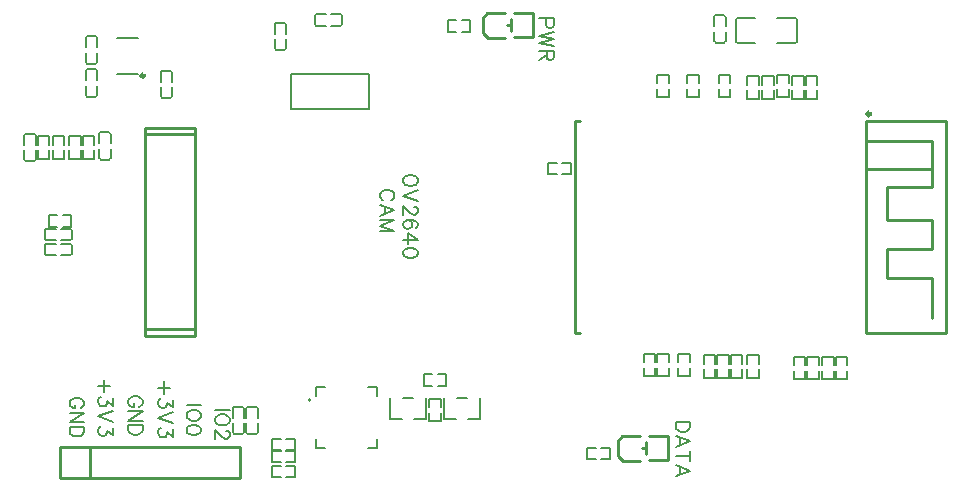
<source format=gto>
G04 Layer: TopSilkscreenLayer*
G04 EasyEDA v6.5.22, 2023-04-19 21:06:07*
G04 0b1144c6aaf7448fb0b14bab58411d50,0a61cb7f7b51421fbede6d33e3e5ec82,10*
G04 Gerber Generator version 0.2*
G04 Scale: 100 percent, Rotated: No, Reflected: No *
G04 Dimensions in inches *
G04 leading zeros omitted , absolute positions ,3 integer and 6 decimal *
%FSLAX36Y36*%
%MOIN*%

%ADD10C,0.0080*%
%ADD11C,0.0100*%
%ADD12C,0.0060*%
%ADD13C,0.0118*%
%ADD14C,0.0059*%
%ADD15C,0.0184*%

%LPD*%
D10*
X2210500Y2640000D02*
G01*
X2162700Y2640000D01*
X2210500Y2640000D02*
G01*
X2210500Y2619499D01*
X2208199Y2612700D01*
X2205900Y2610500D01*
X2201400Y2608200D01*
X2194499Y2608200D01*
X2190000Y2610500D01*
X2187700Y2612700D01*
X2185500Y2619499D01*
X2185500Y2640000D01*
X2210500Y2593200D02*
G01*
X2162700Y2581799D01*
X2210500Y2570500D02*
G01*
X2162700Y2581799D01*
X2210500Y2570500D02*
G01*
X2162700Y2559099D01*
X2210500Y2547700D02*
G01*
X2162700Y2559099D01*
X2210500Y2532700D02*
G01*
X2162700Y2532700D01*
X2210500Y2532700D02*
G01*
X2210500Y2512300D01*
X2208199Y2505500D01*
X2205900Y2503200D01*
X2201400Y2500900D01*
X2196800Y2500900D01*
X2192299Y2503200D01*
X2190000Y2505500D01*
X2187700Y2512300D01*
X2187700Y2532700D01*
X2187700Y2516799D02*
G01*
X2162700Y2500900D01*
X2665500Y1295034D02*
G01*
X2617700Y1295034D01*
X2665500Y1295034D02*
G01*
X2665500Y1279135D01*
X2663199Y1272235D01*
X2658599Y1267734D01*
X2654099Y1265435D01*
X2647299Y1263135D01*
X2635900Y1263135D01*
X2629099Y1265435D01*
X2624499Y1267734D01*
X2620000Y1272235D01*
X2617700Y1279135D01*
X2617700Y1295034D01*
X2665500Y1230034D02*
G01*
X2617700Y1248135D01*
X2665500Y1230034D02*
G01*
X2617700Y1211835D01*
X2633599Y1241334D02*
G01*
X2633599Y1218634D01*
X2665500Y1180934D02*
G01*
X2617700Y1180934D01*
X2665500Y1196835D02*
G01*
X2665500Y1165034D01*
X2665500Y1131835D02*
G01*
X2617700Y1150034D01*
X2665500Y1131835D02*
G01*
X2617700Y1113634D01*
X2633599Y1143135D02*
G01*
X2633599Y1120435D01*
X634099Y1340900D02*
G01*
X638600Y1343200D01*
X643200Y1347699D01*
X645500Y1352300D01*
X645500Y1361399D01*
X643200Y1365900D01*
X638600Y1370500D01*
X634099Y1372699D01*
X627300Y1375000D01*
X615900Y1375000D01*
X609099Y1372699D01*
X604499Y1370500D01*
X600000Y1365900D01*
X597699Y1361399D01*
X597699Y1352300D01*
X600000Y1347699D01*
X604499Y1343200D01*
X609099Y1340900D01*
X615900Y1340900D01*
X615900Y1352300D02*
G01*
X615900Y1340900D01*
X645500Y1325900D02*
G01*
X597699Y1325900D01*
X645500Y1325900D02*
G01*
X597699Y1294099D01*
X645500Y1294099D02*
G01*
X597699Y1294099D01*
X645500Y1279099D02*
G01*
X597699Y1279099D01*
X645500Y1279099D02*
G01*
X645500Y1263200D01*
X643200Y1256399D01*
X638600Y1251799D01*
X634099Y1249499D01*
X627300Y1247300D01*
X615900Y1247300D01*
X609099Y1249499D01*
X604499Y1251799D01*
X600000Y1256399D01*
X597699Y1263200D01*
X597699Y1279099D01*
X733600Y1414499D02*
G01*
X692699Y1414499D01*
X713200Y1435000D02*
G01*
X713200Y1394099D01*
X740500Y1374499D02*
G01*
X740500Y1349499D01*
X722300Y1363200D01*
X722300Y1356399D01*
X720000Y1351799D01*
X717699Y1349499D01*
X710900Y1347300D01*
X706399Y1347300D01*
X699499Y1349499D01*
X695000Y1354099D01*
X692699Y1360900D01*
X692699Y1367699D01*
X695000Y1374499D01*
X697300Y1376799D01*
X701799Y1379099D01*
X740500Y1332300D02*
G01*
X692699Y1314099D01*
X740500Y1295900D02*
G01*
X692699Y1314099D01*
X740500Y1276399D02*
G01*
X740500Y1251399D01*
X722300Y1265000D01*
X722300Y1258200D01*
X720000Y1253600D01*
X717699Y1251399D01*
X710900Y1249099D01*
X706399Y1249099D01*
X699499Y1251399D01*
X695000Y1255900D01*
X692699Y1262699D01*
X692699Y1269499D01*
X695000Y1276399D01*
X697300Y1278600D01*
X701799Y1280900D01*
X829099Y1345900D02*
G01*
X833599Y1348200D01*
X838199Y1352699D01*
X840500Y1357300D01*
X840500Y1366399D01*
X838199Y1370900D01*
X833599Y1375500D01*
X829099Y1377699D01*
X822299Y1380000D01*
X810900Y1380000D01*
X804099Y1377699D01*
X799499Y1375500D01*
X795000Y1370900D01*
X792700Y1366399D01*
X792700Y1357300D01*
X795000Y1352699D01*
X799499Y1348200D01*
X804099Y1345900D01*
X810900Y1345900D01*
X810900Y1357300D02*
G01*
X810900Y1345900D01*
X840500Y1330900D02*
G01*
X792700Y1330900D01*
X840500Y1330900D02*
G01*
X792700Y1299099D01*
X840500Y1299099D02*
G01*
X792700Y1299099D01*
X840500Y1284099D02*
G01*
X792700Y1284099D01*
X840500Y1284099D02*
G01*
X840500Y1268200D01*
X838199Y1261399D01*
X833599Y1256799D01*
X829099Y1254499D01*
X822299Y1252300D01*
X810900Y1252300D01*
X804099Y1254499D01*
X799499Y1256799D01*
X795000Y1261399D01*
X792700Y1268200D01*
X792700Y1284099D01*
X933599Y1409499D02*
G01*
X892700Y1409499D01*
X913199Y1430000D02*
G01*
X913199Y1389099D01*
X940500Y1369499D02*
G01*
X940500Y1344499D01*
X922299Y1358200D01*
X922299Y1351399D01*
X920000Y1346799D01*
X917700Y1344499D01*
X910900Y1342300D01*
X906400Y1342300D01*
X899499Y1344499D01*
X895000Y1349099D01*
X892700Y1355900D01*
X892700Y1362699D01*
X895000Y1369499D01*
X897299Y1371799D01*
X901800Y1374099D01*
X940500Y1327300D02*
G01*
X892700Y1309099D01*
X940500Y1290900D02*
G01*
X892700Y1309099D01*
X940500Y1271399D02*
G01*
X940500Y1246399D01*
X922299Y1260000D01*
X922299Y1253200D01*
X920000Y1248600D01*
X917700Y1246399D01*
X910900Y1244099D01*
X906400Y1244099D01*
X899499Y1246399D01*
X895000Y1250900D01*
X892700Y1257699D01*
X892700Y1264499D01*
X895000Y1271399D01*
X897299Y1273600D01*
X901800Y1275900D01*
X1035500Y1350000D02*
G01*
X987700Y1350000D01*
X1035500Y1321399D02*
G01*
X1033199Y1325900D01*
X1028599Y1330500D01*
X1024099Y1332699D01*
X1017299Y1335000D01*
X1005900Y1335000D01*
X999099Y1332699D01*
X994499Y1330500D01*
X990000Y1325900D01*
X987700Y1321399D01*
X987700Y1312300D01*
X990000Y1307699D01*
X994499Y1303200D01*
X999099Y1300900D01*
X1005900Y1298600D01*
X1017299Y1298600D01*
X1024099Y1300900D01*
X1028599Y1303200D01*
X1033199Y1307699D01*
X1035500Y1312300D01*
X1035500Y1321399D01*
X1035500Y1270000D02*
G01*
X1033199Y1276799D01*
X1026400Y1281399D01*
X1015000Y1283600D01*
X1008199Y1283600D01*
X996800Y1281399D01*
X990000Y1276799D01*
X987700Y1270000D01*
X987700Y1265500D01*
X990000Y1258600D01*
X996800Y1254099D01*
X1008199Y1251799D01*
X1015000Y1251799D01*
X1026400Y1254099D01*
X1033199Y1258600D01*
X1035500Y1265500D01*
X1035500Y1270000D01*
X1130500Y1335000D02*
G01*
X1082700Y1335000D01*
X1130500Y1306399D02*
G01*
X1128199Y1310900D01*
X1123599Y1315500D01*
X1119099Y1317699D01*
X1112299Y1320000D01*
X1100900Y1320000D01*
X1094099Y1317699D01*
X1089499Y1315500D01*
X1085000Y1310900D01*
X1082700Y1306399D01*
X1082700Y1297300D01*
X1085000Y1292699D01*
X1089499Y1288200D01*
X1094099Y1285900D01*
X1100900Y1283600D01*
X1112299Y1283600D01*
X1119099Y1285900D01*
X1123599Y1288200D01*
X1128199Y1292699D01*
X1130500Y1297300D01*
X1130500Y1306399D01*
X1119099Y1266399D02*
G01*
X1121400Y1266399D01*
X1125900Y1264099D01*
X1128199Y1261799D01*
X1130500Y1257300D01*
X1130500Y1248200D01*
X1128199Y1243600D01*
X1125900Y1241399D01*
X1121400Y1239099D01*
X1116800Y1239099D01*
X1112299Y1241399D01*
X1105500Y1245900D01*
X1082700Y1268600D01*
X1082700Y1236799D01*
X1757500Y2104400D02*
G01*
X1755200Y2108899D01*
X1750600Y2113499D01*
X1746099Y2115700D01*
X1739300Y2118000D01*
X1727899Y2118000D01*
X1721099Y2115700D01*
X1716499Y2113499D01*
X1711999Y2108899D01*
X1709700Y2104400D01*
X1709700Y2095300D01*
X1711999Y2090700D01*
X1716499Y2086199D01*
X1721099Y2083899D01*
X1727899Y2081599D01*
X1739300Y2081599D01*
X1746099Y2083899D01*
X1750600Y2086199D01*
X1755200Y2090700D01*
X1757500Y2095300D01*
X1757500Y2104400D01*
X1757500Y2066599D02*
G01*
X1709700Y2048499D01*
X1757500Y2030300D02*
G01*
X1709700Y2048499D01*
X1746099Y2013000D02*
G01*
X1748400Y2013000D01*
X1752899Y2010700D01*
X1755200Y2008499D01*
X1757500Y2003899D01*
X1757500Y1994800D01*
X1755200Y1990300D01*
X1752899Y1988000D01*
X1748400Y1985700D01*
X1743800Y1985700D01*
X1739300Y1988000D01*
X1732500Y1992500D01*
X1709700Y2015300D01*
X1709700Y1983499D01*
X1750600Y1941199D02*
G01*
X1755200Y1943499D01*
X1757500Y1950300D01*
X1757500Y1954800D01*
X1755200Y1961599D01*
X1748400Y1966199D01*
X1736999Y1968499D01*
X1725600Y1968499D01*
X1716499Y1966199D01*
X1711999Y1961599D01*
X1709700Y1954800D01*
X1709700Y1952500D01*
X1711999Y1945700D01*
X1716499Y1941199D01*
X1723400Y1938899D01*
X1725600Y1938899D01*
X1732500Y1941199D01*
X1736999Y1945700D01*
X1739300Y1952500D01*
X1739300Y1954800D01*
X1736999Y1961599D01*
X1732500Y1966199D01*
X1725600Y1968499D01*
X1757500Y1901199D02*
G01*
X1725600Y1923899D01*
X1725600Y1889800D01*
X1757500Y1901199D02*
G01*
X1709700Y1901199D01*
X1757500Y1861199D02*
G01*
X1755200Y1868000D01*
X1748400Y1872500D01*
X1736999Y1874800D01*
X1730200Y1874800D01*
X1718800Y1872500D01*
X1711999Y1868000D01*
X1709700Y1861199D01*
X1709700Y1856599D01*
X1711999Y1849800D01*
X1718800Y1845300D01*
X1730200Y1843000D01*
X1736999Y1843000D01*
X1748400Y1845300D01*
X1755200Y1849800D01*
X1757500Y1856599D01*
X1757500Y1861199D01*
X1668100Y2033899D02*
G01*
X1672600Y2036199D01*
X1677200Y2040700D01*
X1679499Y2045300D01*
X1679499Y2054400D01*
X1677200Y2058899D01*
X1672600Y2063499D01*
X1668100Y2065700D01*
X1661300Y2068000D01*
X1649899Y2068000D01*
X1643100Y2065700D01*
X1638500Y2063499D01*
X1633999Y2058899D01*
X1631700Y2054400D01*
X1631700Y2045300D01*
X1633999Y2040700D01*
X1638500Y2036199D01*
X1643100Y2033899D01*
X1679499Y2000700D02*
G01*
X1631700Y2018899D01*
X1679499Y2000700D02*
G01*
X1631700Y1982500D01*
X1647600Y2012100D02*
G01*
X1647600Y1989400D01*
X1679499Y1967500D02*
G01*
X1631700Y1967500D01*
X1679499Y1967500D02*
G01*
X1631700Y1949400D01*
X1679499Y1931199D02*
G01*
X1631700Y1949400D01*
X1679499Y1931199D02*
G01*
X1631700Y1931199D01*
D11*
X2079449Y2576950D02*
G01*
X2140450Y2576950D01*
X2140450Y2656950D01*
X2079449Y2656950D01*
X2048450Y2575949D02*
G01*
X1990450Y2575949D01*
X1974449Y2591950D01*
X1974449Y2641950D01*
X1989449Y2656950D01*
X2049449Y2656950D01*
X2069873Y2636685D02*
G01*
X2069873Y2597305D01*
X2065940Y2616999D02*
G01*
X2055349Y2616999D01*
X2529449Y1166950D02*
G01*
X2590450Y1166950D01*
X2590450Y1246950D01*
X2529449Y1246950D01*
X2498450Y1165949D02*
G01*
X2440450Y1165949D01*
X2424449Y1181950D01*
X2424449Y1231950D01*
X2439449Y1246950D01*
X2499449Y1246950D01*
X2519874Y1226685D02*
G01*
X2519874Y1187305D01*
X2515940Y1206999D02*
G01*
X2505349Y1206999D01*
D12*
X1886094Y2595369D02*
G01*
X1857825Y2595369D01*
X1857825Y2634630D01*
X1886094Y2634630D01*
X1903905Y2595369D02*
G01*
X1932174Y2595369D01*
X1932174Y2634630D01*
X1903905Y2634630D01*
X2351094Y1170369D02*
G01*
X2322825Y1170369D01*
X2322825Y1209630D01*
X2351094Y1209630D01*
X2368905Y1170369D02*
G01*
X2397174Y1170369D01*
X2397174Y1209630D01*
X2368905Y1209630D01*
X1224629Y1340012D02*
G01*
X1224629Y1308906D01*
X1185370Y1291093D02*
G01*
X1185370Y1259987D01*
X1224629Y1259987D02*
G01*
X1224629Y1291093D01*
X1191369Y1253987D02*
G01*
X1218630Y1253987D01*
X1185370Y1308906D02*
G01*
X1185370Y1340012D01*
X1191369Y1346012D02*
G01*
X1218630Y1346012D01*
X519987Y1939630D02*
G01*
X551093Y1939630D01*
X568906Y1900369D02*
G01*
X600012Y1900369D01*
X600012Y1939630D02*
G01*
X568906Y1939630D01*
X606012Y1906370D02*
G01*
X606012Y1933629D01*
X551093Y1900369D02*
G01*
X519987Y1900369D01*
X513987Y1906370D02*
G01*
X513987Y1933629D01*
X484630Y2250012D02*
G01*
X484630Y2218906D01*
X445369Y2201093D02*
G01*
X445369Y2169987D01*
X484630Y2169987D02*
G01*
X484630Y2201093D01*
X451370Y2163987D02*
G01*
X478629Y2163987D01*
X445369Y2218906D02*
G01*
X445369Y2250012D01*
X451370Y2256012D02*
G01*
X478629Y2256012D01*
X2745370Y2564987D02*
G01*
X2745370Y2596093D01*
X2784629Y2613906D02*
G01*
X2784629Y2645012D01*
X2745370Y2645012D02*
G01*
X2745370Y2613906D01*
X2778630Y2651012D02*
G01*
X2751369Y2651012D01*
X2784629Y2596093D02*
G01*
X2784629Y2564987D01*
X2778630Y2558987D02*
G01*
X2751369Y2558987D01*
X1319629Y2539987D02*
G01*
X1319629Y2571093D01*
X1280370Y2571093D02*
G01*
X1280370Y2539987D01*
X1286369Y2533987D02*
G01*
X1313630Y2533987D01*
X1319629Y2620012D02*
G01*
X1319629Y2588906D01*
X1280370Y2588906D02*
G01*
X1280370Y2620012D01*
X1286369Y2626012D02*
G01*
X1313630Y2626012D01*
X1419988Y2615369D02*
G01*
X1451094Y2615369D01*
X1451094Y2654630D02*
G01*
X1419988Y2654630D01*
X1413987Y2648629D02*
G01*
X1413987Y2621370D01*
X1500011Y2615369D02*
G01*
X1468905Y2615369D01*
X1468905Y2654630D02*
G01*
X1500011Y2654630D01*
X1506012Y2648629D02*
G01*
X1506012Y2621370D01*
X1179629Y1259987D02*
G01*
X1179629Y1291093D01*
X1140370Y1291093D02*
G01*
X1140370Y1259987D01*
X1146369Y1253987D02*
G01*
X1173630Y1253987D01*
X1179629Y1340012D02*
G01*
X1179629Y1308906D01*
X1140370Y1308906D02*
G01*
X1140370Y1340012D01*
X1146369Y1346012D02*
G01*
X1173630Y1346012D01*
X689630Y2384987D02*
G01*
X689630Y2416093D01*
X650369Y2416093D02*
G01*
X650369Y2384987D01*
X656370Y2378987D02*
G01*
X683629Y2378987D01*
X689630Y2465012D02*
G01*
X689630Y2433906D01*
X650369Y2433906D02*
G01*
X650369Y2465012D01*
X656370Y2471012D02*
G01*
X683629Y2471012D01*
X650369Y2575012D02*
G01*
X650369Y2543906D01*
X689630Y2543906D02*
G01*
X689630Y2575012D01*
X683629Y2581012D02*
G01*
X656370Y2581012D01*
X650369Y2494987D02*
G01*
X650369Y2526093D01*
X689630Y2526093D02*
G01*
X689630Y2494987D01*
X683629Y2488987D02*
G01*
X656370Y2488987D01*
X900370Y2460012D02*
G01*
X900370Y2428906D01*
X939629Y2428906D02*
G01*
X939629Y2460012D01*
X933630Y2466012D02*
G01*
X906369Y2466012D01*
X900370Y2379987D02*
G01*
X900370Y2411093D01*
X939629Y2411093D02*
G01*
X939629Y2379987D01*
X933630Y2373987D02*
G01*
X906369Y2373987D01*
X734630Y2174987D02*
G01*
X734630Y2206093D01*
X695369Y2206093D02*
G01*
X695369Y2174987D01*
X701370Y2168987D02*
G01*
X728629Y2168987D01*
X734630Y2255012D02*
G01*
X734630Y2223906D01*
X695369Y2223906D02*
G01*
X695369Y2255012D01*
X701370Y2261012D02*
G01*
X728629Y2261012D01*
X600012Y1889630D02*
G01*
X568906Y1889630D01*
X568906Y1850369D02*
G01*
X600012Y1850369D01*
X606012Y1856370D02*
G01*
X606012Y1883629D01*
X519987Y1889630D02*
G01*
X551093Y1889630D01*
X551093Y1850369D02*
G01*
X519987Y1850369D01*
X513987Y1856370D02*
G01*
X513987Y1883629D01*
X3014929Y2643015D02*
G01*
X2956464Y2643015D01*
X2956464Y2556984D02*
G01*
X3014929Y2556984D01*
X3020928Y2562984D02*
G01*
X3020928Y2637015D01*
X2825070Y2643015D02*
G01*
X2883535Y2643015D01*
X2883535Y2556984D02*
G01*
X2825070Y2556984D01*
X2819071Y2562984D02*
G01*
X2819071Y2637015D01*
D11*
X565787Y1211181D02*
G01*
X1166180Y1211181D01*
X1166180Y1108818D01*
X565787Y1108818D01*
X565787Y1211181D01*
X665925Y1210000D02*
G01*
X665925Y1110000D01*
X850187Y2275270D02*
G01*
X1015667Y2275270D01*
X850187Y2255590D02*
G01*
X1015667Y2255590D01*
X850218Y1605909D02*
G01*
X1015667Y1605909D01*
X850218Y1580709D02*
G01*
X1015667Y1580709D01*
X1015667Y1580709D02*
G01*
X1015667Y2275270D01*
X850187Y1580709D02*
G01*
X850187Y2275270D01*
D12*
X1664520Y1374490D02*
G01*
X1664520Y1305498D01*
X1705528Y1305498D01*
X1785479Y1374490D02*
G01*
X1785479Y1305498D01*
X1744471Y1305498D01*
X1707070Y1374490D02*
G01*
X1742929Y1374490D01*
X1844520Y1374490D02*
G01*
X1844520Y1305498D01*
X1885528Y1305498D01*
X1965479Y1374490D02*
G01*
X1965479Y1305498D01*
X1924471Y1305498D01*
X1887070Y1374490D02*
G01*
X1922929Y1374490D01*
X1318905Y1149630D02*
G01*
X1347174Y1149630D01*
X1347174Y1110369D01*
X1318905Y1110369D01*
X1301094Y1149630D02*
G01*
X1272825Y1149630D01*
X1272825Y1110369D01*
X1301094Y1110369D01*
X1301094Y1200369D02*
G01*
X1272825Y1200369D01*
X1272825Y1239630D01*
X1301094Y1239630D01*
X1318905Y1200369D02*
G01*
X1347174Y1200369D01*
X1347174Y1239630D01*
X1318905Y1239630D01*
X1301094Y1160369D02*
G01*
X1272825Y1160369D01*
X1272825Y1199630D01*
X1301094Y1199630D01*
X1318905Y1160369D02*
G01*
X1347174Y1160369D01*
X1347174Y1199630D01*
X1318905Y1199630D01*
X3055370Y1483906D02*
G01*
X3055370Y1512175D01*
X3094629Y1512175D01*
X3094629Y1483906D01*
X3055370Y1466093D02*
G01*
X3055370Y1437824D01*
X3094629Y1437824D01*
X3094629Y1466093D01*
X3010370Y1483906D02*
G01*
X3010370Y1512175D01*
X3049629Y1512175D01*
X3049629Y1483906D01*
X3010370Y1466093D02*
G01*
X3010370Y1437824D01*
X3049629Y1437824D01*
X3049629Y1466093D01*
X1823905Y1454630D02*
G01*
X1852174Y1454630D01*
X1852174Y1415369D01*
X1823905Y1415369D01*
X1806094Y1454630D02*
G01*
X1777825Y1454630D01*
X1777825Y1415369D01*
X1806094Y1415369D01*
X1835630Y1326093D02*
G01*
X1835630Y1297824D01*
X1796369Y1297824D01*
X1796369Y1326093D01*
X1835630Y1343906D02*
G01*
X1835630Y1372175D01*
X1796369Y1372175D01*
X1796369Y1343906D01*
X2755370Y1488906D02*
G01*
X2755370Y1517175D01*
X2794629Y1517175D01*
X2794629Y1488906D01*
X2755370Y1471093D02*
G01*
X2755370Y1442824D01*
X2794629Y1442824D01*
X2794629Y1471093D01*
X3105370Y1483906D02*
G01*
X3105370Y1512175D01*
X3144629Y1512175D01*
X3144629Y1483906D01*
X3105370Y1466093D02*
G01*
X3105370Y1437824D01*
X3144629Y1437824D01*
X3144629Y1466093D01*
X2710370Y1488906D02*
G01*
X2710370Y1517175D01*
X2749629Y1517175D01*
X2749629Y1488906D01*
X2710370Y1471093D02*
G01*
X2710370Y1442824D01*
X2749629Y1442824D01*
X2749629Y1471093D01*
X2694629Y2406093D02*
G01*
X2694629Y2377824D01*
X2655370Y2377824D01*
X2655370Y2406093D01*
X2694629Y2423906D02*
G01*
X2694629Y2452175D01*
X2655370Y2452175D01*
X2655370Y2423906D01*
X2625370Y1493906D02*
G01*
X2625370Y1522175D01*
X2664629Y1522175D01*
X2664629Y1493906D01*
X2625370Y1476093D02*
G01*
X2625370Y1447824D01*
X2664629Y1447824D01*
X2664629Y1476093D01*
X2799629Y2406093D02*
G01*
X2799629Y2377824D01*
X2760370Y2377824D01*
X2760370Y2406093D01*
X2799629Y2423906D02*
G01*
X2799629Y2452175D01*
X2760370Y2452175D01*
X2760370Y2423906D01*
X2944629Y2401093D02*
G01*
X2944629Y2372824D01*
X2905370Y2372824D01*
X2905370Y2401093D01*
X2944629Y2418906D02*
G01*
X2944629Y2447175D01*
X2905370Y2447175D01*
X2905370Y2418906D01*
X2994629Y2406093D02*
G01*
X2994629Y2377824D01*
X2955370Y2377824D01*
X2955370Y2406093D01*
X2994629Y2423906D02*
G01*
X2994629Y2452175D01*
X2955370Y2452175D01*
X2955370Y2423906D01*
X3044629Y2401093D02*
G01*
X3044629Y2372824D01*
X3005370Y2372824D01*
X3005370Y2401093D01*
X3044629Y2418906D02*
G01*
X3044629Y2447175D01*
X3005370Y2447175D01*
X3005370Y2418906D01*
X2855370Y1488906D02*
G01*
X2855370Y1517175D01*
X2894629Y1517175D01*
X2894629Y1488906D01*
X2855370Y1471093D02*
G01*
X2855370Y1442824D01*
X2894629Y1442824D01*
X2894629Y1471093D01*
X2594629Y2406093D02*
G01*
X2594629Y2377824D01*
X2555370Y2377824D01*
X2555370Y2406093D01*
X2594629Y2423906D02*
G01*
X2594629Y2452175D01*
X2555370Y2452175D01*
X2555370Y2423906D01*
X3089629Y2401093D02*
G01*
X3089629Y2372824D01*
X3050370Y2372824D01*
X3050370Y2401093D01*
X3089629Y2418906D02*
G01*
X3089629Y2447175D01*
X3050370Y2447175D01*
X3050370Y2418906D01*
X2894629Y2401093D02*
G01*
X2894629Y2372824D01*
X2855370Y2372824D01*
X2855370Y2401093D01*
X2894629Y2418906D02*
G01*
X2894629Y2447175D01*
X2855370Y2447175D01*
X2855370Y2418906D01*
X2238905Y2159630D02*
G01*
X2267174Y2159630D01*
X2267174Y2120369D01*
X2238905Y2120369D01*
X2221094Y2159630D02*
G01*
X2192825Y2159630D01*
X2192825Y2120369D01*
X2221094Y2120369D01*
X2800370Y1488906D02*
G01*
X2800370Y1517175D01*
X2839629Y1517175D01*
X2839629Y1488906D01*
X2800370Y1471093D02*
G01*
X2800370Y1442824D01*
X2839629Y1442824D01*
X2839629Y1471093D01*
X3150370Y1483906D02*
G01*
X3150370Y1512175D01*
X3189629Y1512175D01*
X3189629Y1483906D01*
X3150370Y1466093D02*
G01*
X3150370Y1437824D01*
X3189629Y1437824D01*
X3189629Y1466093D01*
X556093Y1945369D02*
G01*
X527824Y1945369D01*
X527824Y1984630D01*
X556093Y1984630D01*
X573906Y1945369D02*
G01*
X602175Y1945369D01*
X602175Y1984630D01*
X573906Y1984630D01*
X640369Y2218906D02*
G01*
X640369Y2247175D01*
X679630Y2247175D01*
X679630Y2218906D01*
X640369Y2201093D02*
G01*
X640369Y2172824D01*
X679630Y2172824D01*
X679630Y2201093D01*
X540369Y2218906D02*
G01*
X540369Y2247175D01*
X579630Y2247175D01*
X579630Y2218906D01*
X540369Y2201093D02*
G01*
X540369Y2172824D01*
X579630Y2172824D01*
X579630Y2201093D01*
X595369Y2218906D02*
G01*
X595369Y2247175D01*
X634630Y2247175D01*
X634630Y2218906D01*
X595369Y2201093D02*
G01*
X595369Y2172824D01*
X634630Y2172824D01*
X634630Y2201093D01*
X490369Y2218906D02*
G01*
X490369Y2247175D01*
X529630Y2247175D01*
X529630Y2218906D01*
X490369Y2201093D02*
G01*
X490369Y2172824D01*
X529630Y2172824D01*
X529630Y2201093D01*
X2555370Y1493906D02*
G01*
X2555370Y1522175D01*
X2594629Y1522175D01*
X2594629Y1493906D01*
X2555370Y1476093D02*
G01*
X2555370Y1447824D01*
X2594629Y1447824D01*
X2594629Y1476093D01*
X2510370Y1493906D02*
G01*
X2510370Y1522175D01*
X2549629Y1522175D01*
X2549629Y1493906D01*
X2510370Y1476093D02*
G01*
X2510370Y1447824D01*
X2549629Y1447824D01*
X2549629Y1476093D01*
D11*
X2298154Y1590653D02*
G01*
X2281653Y1590653D01*
X2281653Y2298953D01*
X2281653Y2299353D01*
X2298154Y2299353D01*
X3470654Y2124459D02*
G01*
X3470654Y2137959D01*
X3251822Y2137959D01*
X3251854Y2232552D02*
G01*
X3470654Y2232552D01*
X3470654Y2077653D01*
X3321054Y2077653D01*
X3321054Y1966653D01*
X3470654Y1966653D01*
X3470654Y1872953D01*
X3321054Y1872953D01*
X3321054Y1776152D01*
X3472655Y1776152D01*
X3472655Y1639852D01*
X3251822Y2299330D02*
G01*
X3251822Y1590670D01*
X3251822Y2299330D02*
G01*
X3517917Y2299330D01*
X3517917Y1591064D01*
X3517917Y1590670D02*
G01*
X3251822Y1590670D01*
D12*
X1595952Y2338132D02*
G01*
X1334047Y2338132D01*
X1334047Y2453991D01*
X1595952Y2453991D01*
X1595952Y2338132D01*
X1592066Y1411424D02*
G01*
X1621424Y1411424D01*
X1621424Y1382067D01*
X1592066Y1208575D02*
G01*
X1621424Y1208575D01*
X1621424Y1237932D01*
X1447933Y1411424D02*
G01*
X1418575Y1411424D01*
X1418575Y1382067D01*
X1447933Y1208575D02*
G01*
X1418575Y1208575D01*
X1418575Y1237932D01*
X825007Y2575598D02*
G01*
X754992Y2575598D01*
X825007Y2454402D02*
G01*
X754992Y2454402D01*
G75*
G01*
X1185370Y1259988D02*
G03*
X1191370Y1253988I6000J0D01*
G75*
G01*
X1218630Y1253988D02*
G03*
X1224630Y1259988I0J6000D01*
G75*
G01*
X1185370Y1340012D02*
G02*
X1191370Y1346012I6000J0D01*
G75*
G01*
X1218630Y1346012D02*
G02*
X1224630Y1340012I0J-6000D01*
G75*
G01*
X600012Y1900370D02*
G03*
X606012Y1906370I0J6000D01*
G75*
G01*
X606012Y1933630D02*
G03*
X600012Y1939630I-6000J0D01*
G75*
G01*
X519988Y1900370D02*
G02*
X513988Y1906370I0J6000D01*
G75*
G01*
X513988Y1933630D02*
G02*
X519988Y1939630I6000J0D01*
G75*
G01*
X445370Y2169988D02*
G03*
X451370Y2163988I6000J0D01*
G75*
G01*
X478630Y2163988D02*
G03*
X484630Y2169988I0J6000D01*
G75*
G01*
X445370Y2250012D02*
G02*
X451370Y2256012I6000J0D01*
G75*
G01*
X478630Y2256012D02*
G02*
X484630Y2250012I0J-6000D01*
G75*
G01*
X2784630Y2645012D02*
G03*
X2778630Y2651012I-6000J0D01*
G75*
G01*
X2751370Y2651012D02*
G03*
X2745370Y2645012I0J-6000D01*
G75*
G01*
X2784630Y2564988D02*
G02*
X2778630Y2558988I-6000J0D01*
G75*
G01*
X2751370Y2558988D02*
G02*
X2745370Y2564988I0J6000D01*
G75*
G01*
X1280370Y2539988D02*
G03*
X1286370Y2533988I6000J0D01*
G75*
G01*
X1313630Y2533988D02*
G03*
X1319630Y2539988I0J6000D01*
G75*
G01*
X1280370Y2620012D02*
G02*
X1286370Y2626012I6000J0D01*
G75*
G01*
X1313630Y2626012D02*
G02*
X1319630Y2620012I0J-6000D01*
G75*
G01*
X1419988Y2654630D02*
G03*
X1413988Y2648630I0J-6000D01*
G75*
G01*
X1413988Y2621370D02*
G03*
X1419988Y2615370I6000J0D01*
G75*
G01*
X1500012Y2654630D02*
G02*
X1506012Y2648630I0J-6000D01*
G75*
G01*
X1506012Y2621370D02*
G02*
X1500012Y2615370I-6000J0D01*
G75*
G01*
X1140370Y1259988D02*
G03*
X1146370Y1253988I6000J0D01*
G75*
G01*
X1173630Y1253988D02*
G03*
X1179630Y1259988I0J6000D01*
G75*
G01*
X1140370Y1340012D02*
G02*
X1146370Y1346012I6000J0D01*
G75*
G01*
X1173630Y1346012D02*
G02*
X1179630Y1340012I0J-6000D01*
G75*
G01*
X650370Y2384988D02*
G03*
X656370Y2378988I6000J0D01*
G75*
G01*
X683630Y2378988D02*
G03*
X689630Y2384988I0J6000D01*
G75*
G01*
X650370Y2465012D02*
G02*
X656370Y2471012I6000J0D01*
G75*
G01*
X683630Y2471012D02*
G02*
X689630Y2465012I0J-6000D01*
G75*
G01*
X689630Y2575012D02*
G03*
X683630Y2581012I-6000J0D01*
G75*
G01*
X656370Y2581012D02*
G03*
X650370Y2575012I0J-6000D01*
G75*
G01*
X689630Y2494988D02*
G02*
X683630Y2488988I-6000J0D01*
G75*
G01*
X656370Y2488988D02*
G02*
X650370Y2494988I0J6000D01*
G75*
G01*
X939630Y2460012D02*
G03*
X933630Y2466012I-6000J0D01*
G75*
G01*
X906370Y2466012D02*
G03*
X900370Y2460012I0J-6000D01*
G75*
G01*
X939630Y2379988D02*
G02*
X933630Y2373988I-6000J0D01*
G75*
G01*
X906370Y2373988D02*
G02*
X900370Y2379988I0J6000D01*
G75*
G01*
X695370Y2174988D02*
G03*
X701370Y2168988I6000J0D01*
G75*
G01*
X728630Y2168988D02*
G03*
X734630Y2174988I0J6000D01*
G75*
G01*
X695370Y2255012D02*
G02*
X701370Y2261012I6000J0D01*
G75*
G01*
X728630Y2261012D02*
G02*
X734630Y2255012I0J-6000D01*
G75*
G01*
X600012Y1850370D02*
G03*
X606012Y1856370I0J6000D01*
G75*
G01*
X606012Y1883630D02*
G03*
X600012Y1889630I-6000J0D01*
G75*
G01*
X519988Y1850370D02*
G02*
X513988Y1856370I0J6000D01*
G75*
G01*
X513988Y1883630D02*
G02*
X519988Y1889630I6000J0D01*
G75*
G01*
X3014929Y2556984D02*
G03*
X3020929Y2562984I0J6000D01*
G75*
G01*
X3020929Y2637016D02*
G03*
X3014929Y2643016I-6000J0D01*
G75*
G01*
X2825071Y2556984D02*
G02*
X2819071Y2562984I0J6000D01*
G75*
G01*
X2819071Y2637016D02*
G02*
X2825071Y2643016I6000J0D01*
D13*
G75*
G01
X3267130Y2321760D02*
G03X3267130Y2321760I-5910J0D01*
D14*
G75*
G01
X1399720Y1369050D02*
G03X1399720Y1369050I-2950J0D01*
D13*
G75*
G01
X847150Y2449320D02*
G03X847150Y2449320I-5910J0D01*
M02*

</source>
